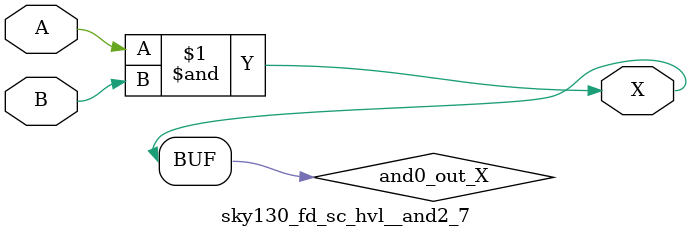
<source format=v>
module sky130_fd_sc_hvl__and2_7 (
    X,
    A,
    B
);
    output X;
    input  A;
    input  B;
    wire and0_out_X;
    and and0 (and0_out_X, A, B           );
    buf buf0 (X         , and0_out_X     );
endmodule
</source>
